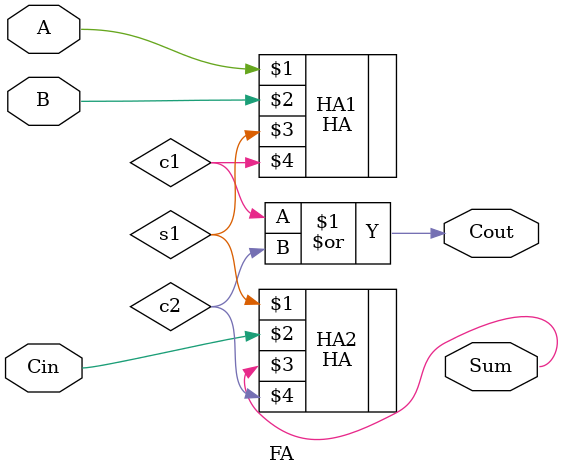
<source format=v>

module FA(
    input A,B,Cin,
    output Sum,Cout
    );
 wire s1,c1,c2;
 
 HA HA1(A,B,s1,c1);
 HA HA2(s1,Cin,Sum,c2);
 or or1(Cout,c1,c2);

endmodule
</source>
